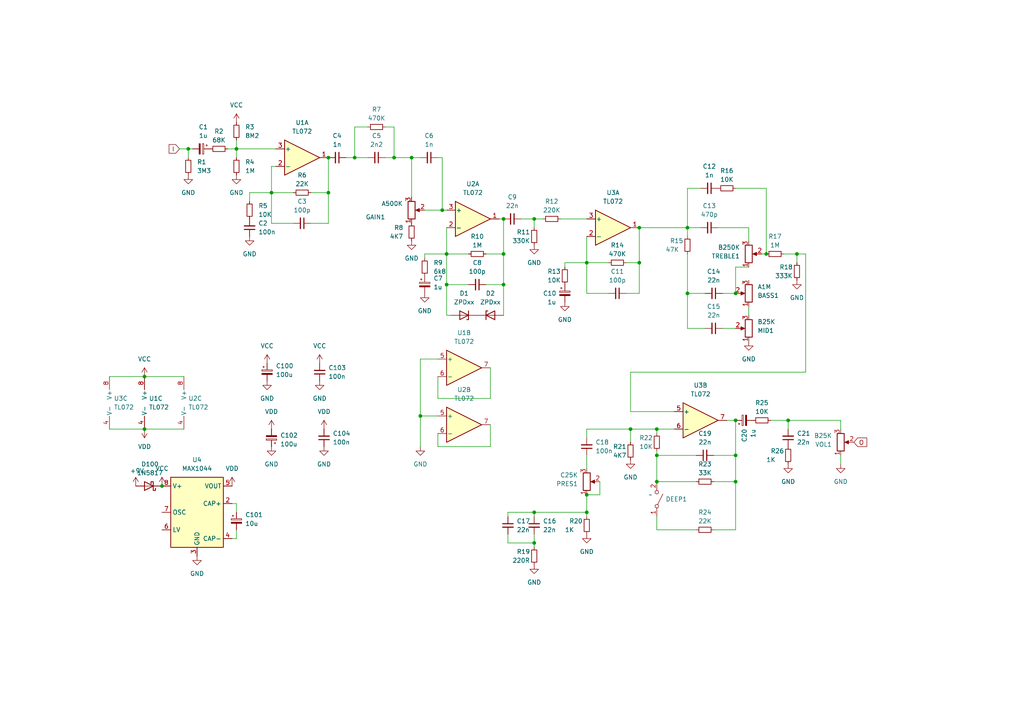
<source format=kicad_sch>
(kicad_sch (version 20230121) (generator eeschema)
  (paper "A4")
  (lib_symbols
    (symbol "Amplifier_Operational:TL072" (pin_names (offset 0.127))
      (property "Reference" "U" (at 0 5.08 0))
      (property "Value" "TL072" (at 0 -5.08 0))
      (symbol "TL072_1_1"
        (polyline (pts (xy -5.08 5.08) (xy 5.08 0) (xy -5.08 -5.08) (xy -5.08 5.08)) (stroke (width 0.254)) (fill (type background)))
        (pin output line (at 7.62 0 180) (length 2.54) (name "~") (number "1"))
        (pin input line (at -7.62 -2.54 0) (length 2.54) (name "-") (number "2"))
        (pin input line (at -7.62 2.54 0) (length 2.54) (name "+") (number "3"))
      )
      (symbol "TL072_2_1"
        (polyline (pts (xy -5.08 5.08) (xy 5.08 0) (xy -5.08 -5.08) (xy -5.08 5.08)) (stroke (width 0.254)) (fill (type background)))
        (pin input line (at -7.62 2.54 0) (length 2.54) (name "+") (number "5"))
        (pin input line (at -7.62 -2.54 0) (length 2.54) (name "-") (number "6"))
        (pin output line (at 7.62 0 180) (length 2.54) (name "~") (number "7"))
      )
      (symbol "TL072_3_1"
        (pin power_in line (at -2.54 -7.62 90) (length 3.81) (name "V-") (number "4"))
        (pin power_in line (at -2.54 7.62 270) (length 3.81) (name "V+") (number "8"))
      )
    )
    (symbol "Device:C_Polarized_Small" (pin_numbers hide) (pin_names (offset 0.254) hide)
      (property "Reference" "C" (at 0.254 1.778 0))
      (property "Value" "C_Polarized_Small" (at 0.254 -2.032 0))
      (symbol "C_Polarized_Small_0_1"
        (rectangle (start -1.524 -0.3048) (end 1.524 -0.6858) (fill (type outline)))
        (rectangle (start -1.524 0.6858) (end 1.524 0.3048))
        (polyline (pts (xy -1.27 1.524) (xy -0.762 1.524)))
        (polyline (pts (xy -1.016 1.27) (xy -1.016 1.778)))
      )
      (symbol "C_Polarized_Small_1_1"
        (pin passive line (at 0 2.54 270) (length 1.8542) (name "~") (number "1"))
        (pin passive line (at 0 -2.54 90) (length 1.8542) (name "~") (number "2"))
      )
    )
    (symbol "Device:C_Small" (pin_numbers hide) (pin_names (offset 0.254) hide)
      (property "Reference" "C" (at 0.254 1.778 0))
      (property "Value" "C_Small" (at 0.254 -2.032 0))
      (symbol "C_Small_0_1"
        (polyline (pts (xy -1.524 -0.508) (xy 1.524 -0.508)) (stroke (width 0.3302)))
        (polyline (pts (xy -1.524 0.508) (xy 1.524 0.508)) (stroke (width 0.3048)))
      )
      (symbol "C_Small_1_1"
        (pin passive line (at 0 2.54 270) (length 2.032) (name "~") (number "1"))
        (pin passive line (at 0 -2.54 90) (length 2.032) (name "~") (number "2"))
      )
    )
    (symbol "Device:R_Potentiometer" (pin_names (offset 1.016) hide)
      (property "Reference" "RV" (at -4.445 0 90))
      (property "Value" "R_Potentiometer" (at -2.54 0 90))
      (symbol "R_Potentiometer_0_1"
        (polyline (pts (xy 2.54 0) (xy 1.524 0)))
        (polyline (pts (xy 1.143 0) (xy 2.286 0.508) (xy 2.286 -0.508) (xy 1.143 0)) (fill (type outline)))
        (rectangle (start 1.016 2.54) (end -1.016 -2.54) (stroke (width 0.254)))
      )
      (symbol "R_Potentiometer_1_1"
        (pin passive line (at 0 3.81 270) (length 1.27) (name "1") (number "1"))
        (pin passive line (at 3.81 0 180) (length 1.27) (name "2") (number "2"))
        (pin passive line (at 0 -3.81 90) (length 1.27) (name "3") (number "3"))
      )
    )
    (symbol "Device:R_Small" (pin_numbers hide) (pin_names (offset 0.254) hide)
      (property "Reference" "R" (at 0.762 0.508 0))
      (property "Value" "R_Small" (at 0.762 -1.016 0))
      (symbol "R_Small_0_1"
        (rectangle (start -0.762 1.778) (end 0.762 -1.778) (stroke (width 0.2032)))
      )
      (symbol "R_Small_1_1"
        (pin passive line (at 0 2.54 270) (length 0.762) (name "~") (number "1"))
        (pin passive line (at 0 -2.54 90) (length 0.762) (name "~") (number "2"))
      )
    )
    (symbol "Diode:1N5817" (pin_numbers hide) (pin_names (offset 1.016) hide)
      (property "Reference" "D" (at 0 2.54 0))
      (property "Value" "1N5817" (at 0 -2.54 0))
      (symbol "1N5817_0_1"
        (polyline (pts (xy 1.27 0) (xy -1.27 0)))
        (polyline (pts (xy 1.27 1.27) (xy 1.27 -1.27) (xy -1.27 0) (xy 1.27 1.27)) (stroke (width 0.254)))
        (polyline (pts (xy -1.905 0.635) (xy -1.905 1.27) (xy -1.27 1.27) (xy -1.27 -1.27) (xy -0.635 -1.27) (xy -0.635 -0.635)) (stroke (width 0.254)))
      )
      (symbol "1N5817_1_1"
        (pin passive line (at -3.81 0 0) (length 2.54) (name "K") (number "1"))
        (pin passive line (at 3.81 0 180) (length 2.54) (name "A") (number "2"))
      )
    )
    (symbol "Diode:ZPDxx" (pin_numbers hide) (pin_names hide)
      (property "Reference" "D" (at 0 2.54 0))
      (property "Value" "ZPDxx" (at 0 -2.54 0))
      (symbol "ZPDxx_0_1"
        (polyline (pts (xy 1.27 0) (xy -1.27 0)))
        (polyline (pts (xy -1.27 -1.27) (xy -1.27 1.27) (xy -0.762 1.27)) (stroke (width 0.254)))
        (polyline (pts (xy 1.27 -1.27) (xy 1.27 1.27) (xy -1.27 0) (xy 1.27 -1.27)) (stroke (width 0.254)))
      )
      (symbol "ZPDxx_1_1"
        (pin passive line (at -3.81 0 0) (length 2.54) (name "K") (number "1"))
        (pin passive line (at 3.81 0 180) (length 2.54) (name "A") (number "2"))
      )
    )
    (symbol "Regulator_SwitchedCapacitor:MAX1044"
      (property "Reference" "U" (at -6.35 11.43 0))
      (property "Value" "MAX1044" (at 3.81 11.43 0))
      (symbol "MAX1044_0_1"
        (rectangle (start -7.62 10.16) (end 7.62 -10.16) (stroke (width 0.254)) (fill (type background)))
      )
      (symbol "MAX1044_1_1"
        (pin no_connect line (at -7.62 5.08 0) (length 2.54) hide (name "NC") (number "1"))
        (pin input line (at 10.16 2.54 180) (length 2.54) (name "CAP+") (number "2"))
        (pin power_in line (at 0 -12.7 90) (length 2.54) (name "GND") (number "3"))
        (pin input line (at 10.16 -7.62 180) (length 2.54) (name "CAP-") (number "4"))
        (pin power_out line (at 10.16 7.62 180) (length 2.54) (name "VOUT") (number "5"))
        (pin input line (at -10.16 -5.08 0) (length 2.54) (name "LV") (number "6"))
        (pin input line (at -10.16 0 0) (length 2.54) (name "OSC") (number "7"))
        (pin power_in line (at -10.16 7.62 0) (length 2.54) (name "V+") (number "8"))
      )
    )
    (symbol "Switch:SW_SPST" (pin_names (offset 0) hide)
      (property "Reference" "SW" (at 0 3.175 0))
      (property "Value" "SW_SPST" (at 0 -2.54 0))
      (symbol "SW_SPST_0_0"
        (circle (center -2.032 0) (radius 0.508))
        (polyline (pts (xy -1.524 0.254) (xy 1.524 1.778)))
        (circle (center 2.032 0) (radius 0.508))
      )
      (symbol "SW_SPST_1_1"
        (pin passive line (at -5.08 0 0) (length 2.54) (name "A") (number "1"))
        (pin passive line (at 5.08 0 180) (length 2.54) (name "B") (number "2"))
      )
    )
    (symbol "power:+9V" (power) (pin_names (offset 0))
      (property "Value" "+9V" (at 0 3.556 0))
      (symbol "+9V_0_1"
        (polyline (pts (xy -0.762 1.27) (xy 0 2.54)))
        (polyline (pts (xy 0 0) (xy 0 2.54)))
        (polyline (pts (xy 0 2.54) (xy 0.762 1.27)))
      )
      (symbol "+9V_1_1"
        (pin power_in line (at 0 0 90) (length 0) hide (name "+9V") (number "1"))
      )
    )
    (symbol "power:GND" (power) (pin_names (offset 0))
      (property "Value" "GND" (at 0 -3.81 0))
      (symbol "GND_0_1"
        (polyline (pts (xy 0 0) (xy 0 -1.27) (xy 1.27 -1.27) (xy 0 -2.54) (xy -1.27 -1.27) (xy 0 -1.27)))
      )
      (symbol "GND_1_1"
        (pin power_in line (at 0 0 270) (length 0) hide (name "GND") (number "1"))
      )
    )
    (symbol "power:VCC" (power) (pin_names (offset 0))
      (property "Value" "VCC" (at 0 3.81 0))
      (symbol "VCC_0_1"
        (polyline (pts (xy -0.762 1.27) (xy 0 2.54)))
        (polyline (pts (xy 0 0) (xy 0 2.54)))
        (polyline (pts (xy 0 2.54) (xy 0.762 1.27)))
      )
      (symbol "VCC_1_1"
        (pin power_in line (at 0 0 90) (length 0) hide (name "VCC") (number "1"))
      )
    )
    (symbol "power:VDD" (power) (pin_names (offset 0))
      (property "Value" "VDD" (at 0 3.81 0))
      (symbol "VDD_0_1"
        (polyline (pts (xy -0.762 1.27) (xy 0 2.54)))
        (polyline (pts (xy 0 0) (xy 0 2.54)))
        (polyline (pts (xy 0 2.54) (xy 0.762 1.27)))
      )
      (symbol "VDD_1_1"
        (pin power_in line (at 0 0 90) (length 0) hide (name "VDD") (number "1"))
      )
    )
  )
  (junction (at 170.18 76.2))
  (junction (at 154.94 63.5))
  (junction (at 119.38 45.72))
  (junction (at 199.39 66.04))
  (junction (at 146.05 73.66))
  (junction (at 190.5 132.08))
  (junction (at 228.6 121.92))
  (junction (at 182.88 124.46))
  (junction (at 95.25 55.88))
  (junction (at 146.05 82.55))
  (junction (at 146.05 63.5))
  (junction (at 68.58 43.18))
  (junction (at 185.42 76.2))
  (junction (at 129.54 73.66))
  (junction (at 41.91 109.22))
  (junction (at 128.27 60.96))
  (junction (at 190.5 139.7))
  (junction (at 121.92 120.65))
  (junction (at 46.99 140.97))
  (junction (at 54.61 43.18))
  (junction (at 222.25 73.66))
  (junction (at 213.36 121.92))
  (junction (at 199.39 85.09))
  (junction (at 170.18 148.59))
  (junction (at 102.87 45.72))
  (junction (at 41.91 124.46))
  (junction (at 213.36 132.08))
  (junction (at 154.94 148.59))
  (junction (at 114.3 45.72))
  (junction (at 185.42 66.04))
  (junction (at 129.54 82.55))
  (junction (at 231.14 73.66))
  (junction (at 213.36 85.09))
  (junction (at 154.94 157.48))
  (junction (at 78.74 55.88))
  (junction (at 190.5 124.46))
  (junction (at 213.36 139.7))
  (junction (at 170.18 143.51))
  (junction (at 95.25 45.72))
  (wire (pts (xy 144.78 63.5) (xy 146.05 63.5)))
  (wire (pts (xy 173.99 143.51) (xy 173.99 139.7)))
  (wire (pts (xy 102.87 45.72) (xy 106.68 45.72)))
  (wire (pts (xy 227.33 73.66) (xy 231.14 73.66)))
  (wire (pts (xy 222.25 73.66) (xy 220.98 73.66)))
  (wire (pts (xy 203.2 54.61) (xy 199.39 54.61)))
  (wire (pts (xy 228.6 121.92) (xy 223.52 121.92)))
  (wire (pts (xy 170.18 143.51) (xy 173.99 143.51)))
  (wire (pts (xy 95.25 64.77) (xy 95.25 55.88)))
  (wire (pts (xy 129.54 91.44) (xy 129.54 82.55)))
  (wire (pts (xy 199.39 85.09) (xy 199.39 73.66)))
  (wire (pts (xy 233.68 73.66) (xy 231.14 73.66)))
  (wire (pts (xy 217.17 91.44) (xy 217.17 88.9)))
  (wire (pts (xy 68.58 45.72) (xy 68.58 43.18)))
  (wire (pts (xy 52.07 43.18) (xy 54.61 43.18)))
  (wire (pts (xy 146.05 73.66) (xy 146.05 63.5)))
  (wire (pts (xy 185.42 76.2) (xy 185.42 66.04)))
  (wire (pts (xy 100.33 45.72) (xy 102.87 45.72)))
  (wire (pts (xy 121.92 120.65) (xy 121.92 104.14)))
  (wire (pts (xy 217.17 77.47) (xy 213.36 77.47)))
  (wire (pts (xy 68.58 146.05) (xy 67.31 146.05)))
  (wire (pts (xy 182.88 107.95) (xy 233.68 107.95)))
  (wire (pts (xy 199.39 54.61) (xy 199.39 66.04)))
  (wire (pts (xy 195.58 124.46) (xy 190.5 124.46)))
  (wire (pts (xy 228.6 121.92) (xy 228.6 124.46)))
  (wire (pts (xy 170.18 124.46) (xy 182.88 124.46)))
  (wire (pts (xy 147.32 148.59) (xy 147.32 149.86)))
  (wire (pts (xy 201.93 153.67) (xy 190.5 153.67)))
  (wire (pts (xy 72.39 55.88) (xy 78.74 55.88)))
  (wire (pts (xy 190.5 153.67) (xy 190.5 149.86)))
  (wire (pts (xy 68.58 43.18) (xy 80.01 43.18)))
  (wire (pts (xy 170.18 63.5) (xy 162.56 63.5)))
  (wire (pts (xy 213.36 85.09) (xy 209.55 85.09)))
  (wire (pts (xy 222.25 54.61) (xy 222.25 73.66)))
  (wire (pts (xy 170.18 76.2) (xy 176.53 76.2)))
  (wire (pts (xy 127 115.57) (xy 142.24 115.57)))
  (wire (pts (xy 243.84 124.46) (xy 243.84 121.92)))
  (wire (pts (xy 135.89 82.55) (xy 129.54 82.55)))
  (wire (pts (xy 176.53 85.09) (xy 170.18 85.09)))
  (wire (pts (xy 140.97 82.55) (xy 146.05 82.55)))
  (wire (pts (xy 199.39 68.58) (xy 199.39 66.04)))
  (wire (pts (xy 54.61 43.18) (xy 55.88 43.18)))
  (wire (pts (xy 102.87 36.83) (xy 102.87 45.72)))
  (wire (pts (xy 195.58 119.38) (xy 182.88 119.38)))
  (wire (pts (xy 190.5 124.46) (xy 190.5 125.73)))
  (wire (pts (xy 67.31 156.21) (xy 68.58 156.21)))
  (wire (pts (xy 106.68 36.83) (xy 102.87 36.83)))
  (wire (pts (xy 78.74 55.88) (xy 78.74 64.77)))
  (wire (pts (xy 129.54 66.04) (xy 129.54 73.66)))
  (wire (pts (xy 147.32 157.48) (xy 154.94 157.48)))
  (wire (pts (xy 199.39 85.09) (xy 204.47 85.09)))
  (wire (pts (xy 85.09 64.77) (xy 78.74 64.77)))
  (wire (pts (xy 185.42 85.09) (xy 185.42 76.2)))
  (wire (pts (xy 121.92 45.72) (xy 119.38 45.72)))
  (wire (pts (xy 68.58 40.64) (xy 68.58 43.18)))
  (wire (pts (xy 68.58 148.59) (xy 68.58 146.05)))
  (wire (pts (xy 72.39 58.42) (xy 72.39 55.88)))
  (wire (pts (xy 233.68 107.95) (xy 233.68 73.66)))
  (wire (pts (xy 80.01 48.26) (xy 78.74 48.26)))
  (wire (pts (xy 231.14 73.66) (xy 231.14 76.2)))
  (wire (pts (xy 243.84 121.92) (xy 228.6 121.92)))
  (wire (pts (xy 128.27 45.72) (xy 128.27 60.96)))
  (wire (pts (xy 170.18 76.2) (xy 170.18 85.09)))
  (wire (pts (xy 209.55 95.25) (xy 213.36 95.25)))
  (wire (pts (xy 199.39 95.25) (xy 199.39 85.09)))
  (wire (pts (xy 154.94 148.59) (xy 147.32 148.59)))
  (wire (pts (xy 146.05 82.55) (xy 146.05 73.66)))
  (wire (pts (xy 119.38 45.72) (xy 114.3 45.72)))
  (wire (pts (xy 121.92 129.54) (xy 121.92 120.65)))
  (wire (pts (xy 163.83 76.2) (xy 163.83 77.47)))
  (wire (pts (xy 142.24 129.54) (xy 127 129.54)))
  (wire (pts (xy 128.27 60.96) (xy 129.54 60.96)))
  (wire (pts (xy 129.54 73.66) (xy 129.54 82.55)))
  (wire (pts (xy 78.74 48.26) (xy 78.74 55.88)))
  (wire (pts (xy 208.28 66.04) (xy 217.17 66.04)))
  (wire (pts (xy 121.92 104.14) (xy 127 104.14)))
  (wire (pts (xy 154.94 149.86) (xy 154.94 148.59)))
  (wire (pts (xy 181.61 76.2) (xy 185.42 76.2)))
  (wire (pts (xy 127 45.72) (xy 128.27 45.72)))
  (wire (pts (xy 119.38 45.72) (xy 119.38 57.15)))
  (wire (pts (xy 207.01 139.7) (xy 213.36 139.7)))
  (wire (pts (xy 121.92 120.65) (xy 127 120.65)))
  (wire (pts (xy 123.19 60.96) (xy 128.27 60.96)))
  (wire (pts (xy 154.94 63.5) (xy 154.94 66.04)))
  (wire (pts (xy 170.18 135.89) (xy 170.18 132.08)))
  (wire (pts (xy 154.94 63.5) (xy 157.48 63.5)))
  (wire (pts (xy 207.01 132.08) (xy 213.36 132.08)))
  (wire (pts (xy 213.36 77.47) (xy 213.36 85.09)))
  (wire (pts (xy 199.39 66.04) (xy 203.2 66.04)))
  (wire (pts (xy 95.25 55.88) (xy 95.25 45.72)))
  (wire (pts (xy 142.24 123.19) (xy 142.24 129.54)))
  (wire (pts (xy 204.47 95.25) (xy 199.39 95.25)))
  (wire (pts (xy 207.01 153.67) (xy 213.36 153.67)))
  (wire (pts (xy 127 109.22) (xy 127 115.57)))
  (wire (pts (xy 199.39 66.04) (xy 185.42 66.04)))
  (wire (pts (xy 181.61 85.09) (xy 185.42 85.09)))
  (wire (pts (xy 146.05 82.55) (xy 146.05 91.44)))
  (wire (pts (xy 140.97 73.66) (xy 146.05 73.66)))
  (wire (pts (xy 90.17 64.77) (xy 95.25 64.77)))
  (wire (pts (xy 213.36 132.08) (xy 213.36 121.92)))
  (wire (pts (xy 111.76 45.72) (xy 114.3 45.72)))
  (wire (pts (xy 182.88 124.46) (xy 182.88 128.27)))
  (wire (pts (xy 190.5 132.08) (xy 190.5 130.81)))
  (wire (pts (xy 31.75 124.46) (xy 41.91 124.46)))
  (wire (pts (xy 147.32 154.94) (xy 147.32 157.48)))
  (wire (pts (xy 127 129.54) (xy 127 125.73)))
  (wire (pts (xy 31.75 109.22) (xy 41.91 109.22)))
  (wire (pts (xy 54.61 43.18) (xy 54.61 45.72)))
  (wire (pts (xy 163.83 76.2) (xy 170.18 76.2)))
  (wire (pts (xy 201.93 132.08) (xy 190.5 132.08)))
  (wire (pts (xy 170.18 68.58) (xy 170.18 76.2)))
  (wire (pts (xy 123.19 73.66) (xy 129.54 73.66)))
  (wire (pts (xy 201.93 139.7) (xy 190.5 139.7)))
  (wire (pts (xy 123.19 73.66) (xy 123.19 74.93)))
  (wire (pts (xy 68.58 156.21) (xy 68.58 153.67)))
  (wire (pts (xy 190.5 139.7) (xy 190.5 132.08)))
  (wire (pts (xy 170.18 143.51) (xy 170.18 148.59)))
  (wire (pts (xy 90.17 55.88) (xy 95.25 55.88)))
  (wire (pts (xy 130.81 91.44) (xy 129.54 91.44)))
  (wire (pts (xy 213.36 54.61) (xy 222.25 54.61)))
  (wire (pts (xy 78.74 55.88) (xy 85.09 55.88)))
  (wire (pts (xy 154.94 158.75) (xy 154.94 157.48)))
  (wire (pts (xy 129.54 73.66) (xy 135.89 73.66)))
  (wire (pts (xy 41.91 124.46) (xy 53.34 124.46)))
  (wire (pts (xy 154.94 148.59) (xy 170.18 148.59)))
  (wire (pts (xy 154.94 157.48) (xy 154.94 154.94)))
  (wire (pts (xy 217.17 66.04) (xy 217.17 69.85)))
  (wire (pts (xy 213.36 121.92) (xy 210.82 121.92)))
  (wire (pts (xy 114.3 45.72) (xy 114.3 36.83)))
  (wire (pts (xy 182.88 119.38) (xy 182.88 107.95)))
  (wire (pts (xy 170.18 124.46) (xy 170.18 127)))
  (wire (pts (xy 151.13 63.5) (xy 154.94 63.5)))
  (wire (pts (xy 111.76 36.83) (xy 114.3 36.83)))
  (wire (pts (xy 190.5 124.46) (xy 182.88 124.46)))
  (wire (pts (xy 213.36 153.67) (xy 213.36 139.7)))
  (wire (pts (xy 142.24 115.57) (xy 142.24 106.68)))
  (wire (pts (xy 170.18 148.59) (xy 170.18 149.86)))
  (wire (pts (xy 66.04 43.18) (xy 68.58 43.18)))
  (wire (pts (xy 243.84 134.62) (xy 243.84 132.08)))
  (wire (pts (xy 41.91 109.22) (xy 53.34 109.22)))
  (wire (pts (xy 213.36 139.7) (xy 213.36 132.08)))
  (global_label "O" (shape input) (at 247.65 128.27 0) (property "Intersheetrefs" "${INTERSHEET_REFS}" (effects hide)))
  (global_label "I" (shape input) (at 52.07 43.18 180) (property "Intersheetrefs" "${INTERSHEET_REFS}" (effects hide)))
  (symbol (lib_id "Amplifier_Operational:TL072") (at 134.62 123.19 0) (unit 2)
    (property "Reference" "U2" (at 134.62 113.03 0))
    (property "Value" "TL072" (at 134.62 115.57 0))
    (property "Footprint" "Package_DIP:DIP-8_W7.62mm" (effects hide))
    (property "Datasheet" "http://www.ti.com/lit/ds/symlink/tl071.pdf" (effects hide))
  )
  (symbol (lib_id "Device:R_Small") (at 224.79 73.66 90) (unit 1)
    (property "Reference" "R17" (at 224.79 68.58 90))
    (property "Value" "1M" (at 224.79 71.12 90))
    (property "Footprint" "Pedal-Components:R_Axial_DIN0204_L3.6mm_D1.6mm_P7.62mm_Horizontal" (effects hide))
    (property "LCSC" "C17514" (effects hide))
  )
  (symbol (lib_id "power:GND") (at 163.83 87.63 0) (unit 1)
    (property "Reference" "#PWR021" (effects hide))
    (property "Value" "GND" (at 163.83 92.71 0))
  )
  (symbol (lib_id "Device:C_Polarized_Small") (at 77.47 107.95 0) (unit 1)
    (property "Reference" "C100" (at 80.01 106.1339 0) (effects (justify left)))
    (property "Value" "100u" (at 80.01 108.6739 0) (effects (justify left)))
    (property "Footprint" "Capacitor_THT:CP_Radial_D8.0mm_P2.50mm" (effects hide))
    (property "JLCC" "C178548" (effects hide))
    (property "LCSC" "C178548" (effects hide))
  )
  (symbol (lib_id "Device:C_Polarized_Small") (at 68.58 151.13 0) (unit 1)
    (property "Reference" "C101" (at 71.12 149.3139 0) (effects (justify left)))
    (property "Value" "10u" (at 71.12 151.8539 0) (effects (justify left)))
    (property "Footprint" "Capacitor_THT:CP_Radial_D5.0mm_P2.50mm" (effects hide))
    (property "JLCC" "C128456" (effects hide))
    (property "LCSC" "C128456" (effects hide))
  )
  (symbol (lib_id "Device:C_Small") (at 87.63 64.77 270) (unit 1)
    (property "Reference" "C3" (at 87.6236 58.42 90))
    (property "Value" "100p" (at 87.6236 60.96 90))
    (property "Footprint" "Capacitor_THT:C_Rect_L7.0mm_W2.5mm_P5.00mm" (effects hide))
    (property "JLCC" "C1790" (effects hide))
    (property "LCSC" "C1790" (effects hide))
  )
  (symbol (lib_id "Device:C_Polarized_Small") (at 123.19 82.55 0) (unit 1)
    (property "Reference" "C7" (at 125.73 80.7339 0) (effects (justify left)))
    (property "Value" "1u" (at 125.73 83.2739 0) (effects (justify left)))
    (property "Footprint" "Capacitor_THT:CP_Radial_D5.0mm_P2.50mm" (effects hide))
    (property "JLCC" "C445065" (effects hide))
    (property "LCSC" "C445065" (effects hide))
  )
  (symbol (lib_id "Device:R_Small") (at 68.58 38.1 180) (unit 1)
    (property "Reference" "R3" (at 71.12 36.83 0) (effects (justify right)))
    (property "Value" "8M2" (at 71.12 39.37 0) (effects (justify right)))
    (property "Footprint" "Pedal-Components:R_Axial_DIN0204_L3.6mm_D1.6mm_P7.62mm_Horizontal" (effects hide))
    (property "LCSC" "C141694" (effects hide))
  )
  (symbol (lib_id "power:GND") (at 182.88 133.35 0) (unit 1)
    (property "Reference" "#PWR026" (effects hide))
    (property "Value" "GND" (at 182.88 138.43 0))
  )
  (symbol (lib_id "Device:R_Small") (at 109.22 36.83 90) (unit 1)
    (property "Reference" "R7" (at 109.22 31.75 90))
    (property "Value" "470K" (at 109.22 34.29 90))
    (property "Footprint" "Pedal-Components:R_Axial_DIN0204_L3.6mm_D1.6mm_P7.62mm_Horizontal" (effects hide))
  )
  (symbol (lib_id "Device:C_Small") (at 93.98 127 180) (unit 1)
    (property "Reference" "C104" (at 96.52 125.7236 0) (effects (justify right)))
    (property "Value" "100n" (at 96.52 128.2636 0) (effects (justify right)))
    (property "Footprint" "Capacitor_THT:C_Rect_L7.0mm_W2.5mm_P5.00mm" (effects hide))
    (property "JLCC" "C531430" (effects hide))
    (property "LCSC" "C531430" (effects hide))
  )
  (symbol (lib_id "Device:R_Small") (at 190.5 128.27 180) (unit 1)
    (property "Reference" "R22" (at 185.42 127 0) (effects (justify right)))
    (property "Value" "10K" (at 185.42 129.54 0) (effects (justify right)))
    (property "Footprint" "Pedal-Components:R_Axial_DIN0204_L3.6mm_D1.6mm_P7.62mm_Horizontal" (effects hide))
    (property "LCSC" "C17414" (effects hide))
  )
  (symbol (lib_id "Amplifier_Operational:TL072") (at 137.16 63.5 0) (unit 1)
    (property "Reference" "U2" (at 137.16 53.34 0))
    (property "Value" "TL072" (at 137.16 55.88 0))
    (property "Footprint" "Package_DIP:DIP-8_W7.62mm" (effects hide))
    (property "Datasheet" "http://www.ti.com/lit/ds/symlink/tl071.pdf" (effects hide))
  )
  (symbol (lib_id "Regulator_SwitchedCapacitor:MAX1044") (at 57.15 148.59 0) (unit 1)
    (property "Reference" "U4" (at 57.15 133.35 0))
    (property "Value" "MAX1044" (at 57.15 135.89 0))
    (property "Footprint" "Package_DIP:DIP-8_W7.62mm" (effects hide))
    (property "Datasheet" "http://datasheets.maximintegrated.com/en/ds/ICL7660-MAX1044.pdf" (effects hide))
    (property "JLCC" "C7028" (effects hide))
    (property "LCSC" "C7028" (effects hide))
  )
  (symbol (lib_id "Device:R_Potentiometer") (at 217.17 95.25 180) (unit 1)
    (property "Reference" "MID1" (at 219.71 95.885 0) (effects (justify right)))
    (property "Value" "B25K" (at 219.71 93.345 0) (effects (justify right)))
    (property "Footprint" "Pedal-Components:Potentiometer_Alpha_RD901F-40-00D_Single_Vertical_copy" (effects hide))
  )
  (symbol (lib_id "Device:C_Small") (at 205.74 66.04 270) (unit 1)
    (property "Reference" "C13" (at 205.7336 59.69 90))
    (property "Value" "470p" (at 205.7336 62.23 90))
    (property "Footprint" "Capacitor_THT:C_Rect_L7.0mm_W2.5mm_P5.00mm" (effects hide))
    (property "JLCC" "C76630" (effects hide))
    (property "LCSC" "C76630" (effects hide))
  )
  (symbol (lib_id "Amplifier_Operational:TL072") (at 177.8 66.04 0) (unit 1)
    (property "Reference" "U3" (at 177.8 55.88 0))
    (property "Value" "TL072" (at 177.8 58.42 0))
    (property "Footprint" "Package_DIP:DIP-8_W7.62mm" (effects hide))
    (property "Datasheet" "http://www.ti.com/lit/ds/symlink/tl071.pdf" (effects hide))
  )
  (symbol (lib_id "Device:R_Potentiometer") (at 243.84 128.27 0) (mirror x) (unit 1)
    (property "Reference" "VOL1" (at 241.3 128.905 0) (effects (justify right)))
    (property "Value" "B25K" (at 241.3 126.365 0) (effects (justify right)))
    (property "Footprint" "Pedal-Components:Potentiometer_Alpha_RD901F-40-00D_Single_Vertical_copy" (effects hide))
  )
  (symbol (lib_id "Device:R_Small") (at 179.07 76.2 90) (unit 1)
    (property "Reference" "R14" (at 179.07 71.12 90))
    (property "Value" "470K" (at 179.07 73.66 90))
    (property "Footprint" "Pedal-Components:R_Axial_DIN0204_L3.6mm_D1.6mm_P7.62mm_Horizontal" (effects hide))
  )
  (symbol (lib_id "Device:C_Polarized_Small") (at 215.9 121.92 90) (unit 1)
    (property "Reference" "C20" (at 215.9 128.27 0) (effects (justify left)))
    (property "Value" "1u" (at 218.44 127 0) (effects (justify left)))
    (property "Footprint" "Capacitor_THT:CP_Radial_D5.0mm_P2.50mm" (effects hide))
    (property "JLCC" "C445065" (effects hide))
    (property "LCSC" "C445065" (effects hide))
  )
  (symbol (lib_id "power:VDD") (at 41.91 124.46 180) (unit 1)
    (property "Reference" "#PWR034" (effects hide))
    (property "Value" "VDD" (at 41.91 129.54 0))
  )
  (symbol (lib_id "Switch:SW_SPST") (at 190.5 144.78 270) (mirror x) (unit 1)
    (property "Reference" "DEEP1" (at 193.04 144.78 90) (effects (justify left)))
    (property "Value" "~" (at 189.23 143.51 90) (effects (justify right)))
    (property "Footprint" "Pedal-Components:SW_Toggle_Blue_wSlots" (effects hide))
  )
  (symbol (lib_id "Device:C_Polarized_Small") (at 58.42 43.18 270) (unit 1)
    (property "Reference" "C1" (at 58.9661 36.83 90))
    (property "Value" "1u" (at 58.9661 39.37 90))
    (property "Footprint" "Capacitor_THT:CP_Radial_D5.0mm_P2.50mm" (effects hide))
    (property "JLCC" "C445065" (effects hide))
    (property "LCSC" "C445065" (effects hide))
  )
  (symbol (lib_id "Device:C_Small") (at 204.47 132.08 90) (unit 1)
    (property "Reference" "C19" (at 204.4763 125.73 90))
    (property "Value" "22n" (at 204.4763 128.27 90))
    (property "Footprint" "Capacitor_THT:C_Rect_L7.0mm_W2.5mm_P5.00mm" (effects hide))
    (property "JLCC" "C77069" (effects hide))
    (property "LCSC" "C77069" (effects hide))
  )
  (symbol (lib_id "Device:R_Potentiometer") (at 119.38 60.96 0) (mirror x) (unit 1)
    (property "Reference" "GAIN1" (at 111.76 62.23 0) (effects (justify right bottom)))
    (property "Value" "A500K" (at 116.84 59.055 0) (effects (justify right)))
    (property "Footprint" "Pedal-Components:Potentiometer_Alpha_RD901F-40-00D_Single_Vertical_copy" (effects hide))
  )
  (symbol (lib_id "Device:R_Small") (at 220.98 121.92 90) (unit 1)
    (property "Reference" "R25" (at 220.98 116.84 90))
    (property "Value" "10K" (at 220.98 119.38 90))
    (property "Footprint" "Pedal-Components:R_Axial_DIN0204_L3.6mm_D1.6mm_P7.62mm_Horizontal" (effects hide))
    (property "LCSC" "C17414" (effects hide))
  )
  (symbol (lib_id "Device:R_Small") (at 54.61 48.26 0) (unit 1)
    (property "Reference" "R1" (at 57.15 46.99 0) (effects (justify left)))
    (property "Value" "3M3" (at 57.15 49.53 0) (effects (justify left)))
    (property "Footprint" "Pedal-Components:R_Axial_DIN0204_L3.6mm_D1.6mm_P7.62mm_Horizontal" (effects hide))
    (property "LCSC" "C137436" (effects hide))
  )
  (symbol (lib_id "Amplifier_Operational:TL072") (at 87.63 45.72 0) (unit 1)
    (property "Reference" "U1" (at 87.63 35.56 0))
    (property "Value" "TL072" (at 87.63 38.1 0))
    (property "Footprint" "Package_DIP:DIP-8_W7.62mm" (effects hide))
    (property "Datasheet" "http://www.ti.com/lit/ds/symlink/tl071.pdf" (effects hide))
  )
  (symbol (lib_id "Device:C_Small") (at 147.32 152.4 0) (unit 1)
    (property "Reference" "C17" (at 149.86 151.1363 0) (effects (justify left)))
    (property "Value" "22n" (at 149.86 153.6763 0) (effects (justify left)))
    (property "Footprint" "Capacitor_THT:C_Rect_L7.0mm_W2.5mm_P5.00mm" (effects hide))
    (property "JLCC" "C77069" (effects hide))
    (property "LCSC" "C77069" (effects hide))
  )
  (symbol (lib_id "power:GND") (at 92.71 110.49 0) (unit 1)
    (property "Reference" "#PWR036" (effects hide))
    (property "Value" "GND" (at 92.71 115.57 0))
  )
  (symbol (lib_id "power:VCC") (at 68.58 35.56 0) (unit 1)
    (property "Reference" "#PWR016" (effects hide))
    (property "Value" "VCC" (at 68.58 30.48 0))
  )
  (symbol (lib_id "power:GND") (at 154.94 71.12 0) (unit 1)
    (property "Reference" "#PWR020" (effects hide))
    (property "Value" "GND" (at 154.94 76.2 0))
  )
  (symbol (lib_id "Device:C_Polarized_Small") (at 163.83 85.09 0) (unit 1)
    (property "Reference" "C10" (at 157.48 85.09 0) (effects (justify left)))
    (property "Value" "1u" (at 158.75 87.63 0) (effects (justify left)))
    (property "Footprint" "Capacitor_THT:CP_Radial_D5.0mm_P2.50mm" (effects hide))
    (property "JLCC" "C445065" (effects hide))
    (property "LCSC" "C445065" (effects hide))
  )
  (symbol (lib_id "power:GND") (at 154.94 163.83 0) (unit 1)
    (property "Reference" "#PWR024" (effects hide))
    (property "Value" "GND" (at 154.94 168.91 0))
  )
  (symbol (lib_id "power:+9V") (at 39.37 140.97 0) (unit 1)
    (property "Reference" "#PWR04" (effects hide))
    (property "Value" "+9V" (at 39.751 136.5758 0))
  )
  (symbol (lib_id "Device:C_Small") (at 179.07 85.09 270) (unit 1)
    (property "Reference" "C11" (at 179.0636 78.74 90))
    (property "Value" "100p" (at 179.0636 81.28 90))
    (property "Footprint" "Capacitor_THT:C_Rect_L7.0mm_W2.5mm_P5.00mm" (effects hide))
    (property "JLCC" "C1790" (effects hide))
    (property "LCSC" "C1790" (effects hide))
  )
  (symbol (lib_id "Device:C_Small") (at 72.39 66.04 180) (unit 1)
    (property "Reference" "C2" (at 74.93 64.7636 0) (effects (justify right)))
    (property "Value" "100n" (at 74.93 67.3036 0) (effects (justify right)))
    (property "Footprint" "Capacitor_THT:C_Rect_L7.0mm_W2.5mm_P5.00mm" (effects hide))
    (property "JLCC" "C531430" (effects hide))
    (property "LCSC" "C531430" (effects hide))
  )
  (symbol (lib_id "Device:R_Potentiometer") (at 217.17 85.09 180) (unit 1)
    (property "Reference" "BASS1" (at 219.71 85.725 0) (effects (justify right)))
    (property "Value" "A1M" (at 219.71 83.185 0) (effects (justify right)))
    (property "Footprint" "Pedal-Components:Potentiometer_Alpha_RD901F-40-00D_Single_Vertical_copy" (effects hide))
  )
  (symbol (lib_id "Amplifier_Operational:TL072") (at 55.88 116.84 0) (unit 3)
    (property "Reference" "U2" (at 54.61 115.57 0) (effects (justify left)))
    (property "Value" "TL072" (at 54.61 118.11 0) (effects (justify left)))
    (property "Footprint" "Package_DIP:DIP-8_W7.62mm" (effects hide))
    (property "Datasheet" "http://www.ti.com/lit/ds/symlink/tl071.pdf" (effects hide))
  )
  (symbol (lib_id "power:GND") (at 57.15 161.29 0) (unit 1)
    (property "Reference" "#PWR030" (effects hide))
    (property "Value" "GND" (at 57.15 166.37 0))
  )
  (symbol (lib_id "power:GND") (at 123.19 85.09 0) (unit 1)
    (property "Reference" "#PWR019" (effects hide))
    (property "Value" "GND" (at 123.19 90.17 0))
  )
  (symbol (lib_id "Diode:1N5817") (at 43.18 140.97 180) (unit 1)
    (property "Reference" "D100" (at 43.4975 134.62 0))
    (property "Value" "1N5817" (at 43.4975 137.16 0))
    (property "Footprint" "Diode_THT:D_DO-34_SOD68_P7.62mm_Horizontal" (effects hide))
    (property "Datasheet" "http://www.vishay.com/docs/88525/1n5817.pdf" (effects hide))
    (property "LCSC" "C727113" (effects hide))
  )
  (symbol (lib_id "Amplifier_Operational:TL072") (at 203.2 121.92 0) (unit 2)
    (property "Reference" "U3" (at 203.2 111.76 0))
    (property "Value" "TL072" (at 203.2 114.3 0))
    (property "Footprint" "Package_DIP:DIP-8_W7.62mm" (effects hide))
    (property "Datasheet" "http://www.ti.com/lit/ds/symlink/tl071.pdf" (effects hide))
  )
  (symbol (lib_id "power:VDD") (at 93.98 124.46 0) (unit 1)
    (property "Reference" "#PWR040" (effects hide))
    (property "Value" "VDD" (at 93.98 119.38 0))
  )
  (symbol (lib_id "Diode:ZPDxx") (at 134.62 91.44 180) (unit 1)
    (property "Reference" "D1" (at 134.62 85.09 0))
    (property "Value" "ZPDxx" (at 134.62 87.63 0))
    (property "Footprint" "Diode_THT:D_DO-34_SOD68_P7.62mm_Horizontal" (effects hide))
    (property "Datasheet" "http://diotec.com/tl_files/diotec/files/pdf/datasheets/zpd1" (effects hide))
  )
  (symbol (lib_id "power:GND") (at 54.61 50.8 0) (unit 1)
    (property "Reference" "#PWR09" (effects hide))
    (property "Value" "GND" (at 54.61 55.88 0))
  )
  (symbol (lib_id "power:VCC") (at 92.71 105.41 0) (unit 1)
    (property "Reference" "#PWR038" (effects hide))
    (property "Value" "VCC" (at 92.71 100.33 0))
  )
  (symbol (lib_id "Diode:ZPDxx") (at 142.24 91.44 0) (unit 1)
    (property "Reference" "D2" (at 142.24 85.09 0))
    (property "Value" "ZPDxx" (at 142.24 87.63 0))
    (property "Footprint" "Diode_THT:D_DO-34_SOD68_P7.62mm_Horizontal" (effects hide))
    (property "Datasheet" "http://diotec.com/tl_files/diotec/files/pdf/datasheets/zpd1" (effects hide))
  )
  (symbol (lib_id "Amplifier_Operational:TL072") (at 134.62 106.68 0) (unit 2)
    (property "Reference" "U1" (at 134.62 96.52 0))
    (property "Value" "TL072" (at 134.62 99.06 0))
    (property "Footprint" "Package_DIP:DIP-8_W7.62mm" (effects hide))
    (property "Datasheet" "http://www.ti.com/lit/ds/symlink/tl071.pdf" (effects hide))
  )
  (symbol (lib_id "power:GND") (at 78.74 129.54 0) (unit 1)
    (property "Reference" "#PWR041" (effects hide))
    (property "Value" "GND" (at 78.74 134.62 0))
  )
  (symbol (lib_id "Amplifier_Operational:TL072") (at 44.45 116.84 0) (unit 3)
    (property "Reference" "U1" (at 43.18 115.57 0) (effects (justify left)))
    (property "Value" "TL072" (at 43.18 118.11 0) (effects (justify left)))
    (property "Footprint" "Package_DIP:DIP-8_W7.62mm" (effects hide))
    (property "Datasheet" "http://www.ti.com/lit/ds/symlink/tl071.pdf" (effects hide))
  )
  (symbol (lib_id "Device:R_Small") (at 210.82 54.61 90) (unit 1)
    (property "Reference" "R16" (at 210.82 49.53 90))
    (property "Value" "10K" (at 210.82 52.07 90))
    (property "Footprint" "Pedal-Components:R_Axial_DIN0204_L3.6mm_D1.6mm_P7.62mm_Horizontal" (effects hide))
    (property "LCSC" "C17414" (effects hide))
  )
  (symbol (lib_id "Device:C_Small") (at 138.43 82.55 270) (unit 1)
    (property "Reference" "C8" (at 138.4236 76.2 90))
    (property "Value" "100p" (at 138.4236 78.74 90))
    (property "Footprint" "Capacitor_THT:C_Rect_L7.0mm_W2.5mm_P5.00mm" (effects hide))
    (property "JLCC" "C1790" (effects hide))
    (property "LCSC" "C1790" (effects hide))
  )
  (symbol (lib_id "Device:C_Small") (at 148.59 63.5 270) (unit 1)
    (property "Reference" "C9" (at 148.5836 57.15 90))
    (property "Value" "22n" (at 148.5836 59.69 90))
    (property "Footprint" "Capacitor_THT:C_Rect_L7.0mm_W2.5mm_P5.00mm" (effects hide))
    (property "JLCC" "C77069" (effects hide))
    (property "LCSC" "C77069" (effects hide))
  )
  (symbol (lib_id "power:GND") (at 228.6 134.62 0) (unit 1)
    (property "Reference" "#PWR027" (effects hide))
    (property "Value" "GND" (at 228.6 139.7 0))
  )
  (symbol (lib_id "Device:R_Small") (at 228.6 132.08 180) (unit 1)
    (property "Reference" "R26" (at 223.52 130.81 0) (effects (justify right)))
    (property "Value" "1K" (at 222.25 133.35 0) (effects (justify right)))
    (property "Footprint" "Pedal-Components:R_Axial_DIN0204_L3.6mm_D1.6mm_P7.62mm_Horizontal" (effects hide))
    (property "LCSC" "C17513" (effects hide))
  )
  (symbol (lib_id "power:VDD") (at 78.74 124.46 0) (unit 1)
    (property "Reference" "#PWR039" (effects hide))
    (property "Value" "VDD" (at 78.74 119.38 0))
  )
  (symbol (lib_id "Device:R_Small") (at 204.47 153.67 90) (unit 1)
    (property "Reference" "R24" (at 204.47 148.59 90))
    (property "Value" "22K" (at 204.47 151.13 90))
    (property "Footprint" "Pedal-Components:R_Axial_DIN0204_L3.6mm_D1.6mm_P7.62mm_Horizontal" (effects hide))
    (property "LCSC" "C17560" (effects hide))
  )
  (symbol (lib_id "Device:C_Small") (at 207.01 85.09 270) (unit 1)
    (property "Reference" "C14" (at 207.0036 78.74 90))
    (property "Value" "22n" (at 207.0036 81.28 90))
    (property "Footprint" "Capacitor_THT:C_Rect_L7.0mm_W2.5mm_P5.00mm" (effects hide))
    (property "JLCC" "C77069" (effects hide))
    (property "LCSC" "C77069" (effects hide))
  )
  (symbol (lib_id "power:GND") (at 231.14 81.28 0) (unit 1)
    (property "Reference" "#PWR023" (effects hide))
    (property "Value" "GND" (at 231.14 86.36 0))
  )
  (symbol (lib_id "Device:R_Potentiometer") (at 217.17 73.66 0) (mirror x) (unit 1)
    (property "Reference" "TREBLE1" (at 214.63 74.295 0) (effects (justify right)))
    (property "Value" "B250K" (at 214.63 71.755 0) (effects (justify right)))
    (property "Footprint" "Pedal-Components:Potentiometer_Alpha_RD901F-40-00D_Single_Vertical_copy" (effects hide))
  )
  (symbol (lib_id "Device:R_Potentiometer") (at 170.18 139.7 0) (mirror x) (unit 1)
    (property "Reference" "PRES1" (at 167.64 140.335 0) (effects (justify right)))
    (property "Value" "C25K" (at 167.64 137.795 0) (effects (justify right)))
    (property "Footprint" "Pedal-Components:Potentiometer_Alpha_RD901F-40-00D_Single_Vertical_copy" (effects hide))
  )
  (symbol (lib_id "Device:C_Small") (at 97.79 45.72 270) (unit 1)
    (property "Reference" "C4" (at 97.7836 39.37 90))
    (property "Value" "1n" (at 97.7836 41.91 90))
    (property "Footprint" "Capacitor_THT:C_Rect_L7.0mm_W2.5mm_P5.00mm" (effects hide))
    (property "JLCC" "C1791" (effects hide))
    (property "LCSC" "C1791" (effects hide))
  )
  (symbol (lib_id "power:GND") (at 77.47 110.49 0) (unit 1)
    (property "Reference" "#PWR035" (effects hide))
    (property "Value" "GND" (at 77.47 115.57 0))
  )
  (symbol (lib_id "Device:R_Small") (at 68.58 48.26 0) (unit 1)
    (property "Reference" "R4" (at 71.12 46.99 0) (effects (justify left)))
    (property "Value" "1M" (at 71.12 49.53 0) (effects (justify left)))
    (property "Footprint" "Pedal-Components:R_Axial_DIN0204_L3.6mm_D1.6mm_P7.62mm_Horizontal" (effects hide))
    (property "JLCC" "C17514" (effects hide))
    (property "LCSC" "C17514" (effects hide))
  )
  (symbol (lib_id "power:GND") (at 243.84 134.62 0) (unit 1)
    (property "Reference" "#PWR028" (effects hide))
    (property "Value" "GND" (at 243.84 139.7 0))
  )
  (symbol (lib_id "Device:R_Small") (at 231.14 78.74 180) (unit 1)
    (property "Reference" "R18" (at 226.06 77.47 0) (effects (justify right)))
    (property "Value" "333K" (at 224.79 80.01 0) (effects (justify right)))
    (property "Footprint" "Pedal-Components:R_Axial_DIN0204_L3.6mm_D1.6mm_P7.62mm_Horizontal" (effects hide))
  )
  (symbol (lib_id "power:GND") (at 93.98 129.54 0) (unit 1)
    (property "Reference" "#PWR042" (effects hide))
    (property "Value" "GND" (at 93.98 134.62 0))
  )
  (symbol (lib_id "Device:R_Small") (at 163.83 80.01 180) (unit 1)
    (property "Reference" "R13" (at 158.75 78.74 0) (effects (justify right)))
    (property "Value" "10K" (at 158.75 81.28 0) (effects (justify right)))
    (property "Footprint" "Pedal-Components:R_Axial_DIN0204_L3.6mm_D1.6mm_P7.62mm_Horizontal" (effects hide))
    (property "LCSC" "C17414" (effects hide))
  )
  (symbol (lib_id "Device:R_Small") (at 123.19 77.47 180) (unit 1)
    (property "Reference" "R9" (at 125.73 76.2 0) (effects (justify right)))
    (property "Value" "6k8" (at 125.73 78.74 0) (effects (justify right)))
    (property "Footprint" "Pedal-Components:R_Axial_DIN0204_L3.6mm_D1.6mm_P7.62mm_Horizontal" (effects hide))
  )
  (symbol (lib_id "power:GND") (at 121.92 129.54 0) (unit 1)
    (property "Reference" "#PWR029" (effects hide))
    (property "Value" "GND" (at 121.92 134.62 0))
  )
  (symbol (lib_id "Device:R_Small") (at 170.18 152.4 180) (unit 1)
    (property "Reference" "R20" (at 165.1 151.13 0) (effects (justify right)))
    (property "Value" "1K" (at 163.83 153.67 0) (effects (justify right)))
    (property "Footprint" "Pedal-Components:R_Axial_DIN0204_L3.6mm_D1.6mm_P7.62mm_Horizontal" (effects hide))
    (property "JLCC" "C17513" (effects hide))
  )
  (symbol (lib_id "Device:R_Small") (at 204.47 139.7 90) (unit 1)
    (property "Reference" "R23" (at 204.47 134.62 90))
    (property "Value" "33K" (at 204.47 137.16 90))
    (property "Footprint" "Pedal-Components:R_Axial_DIN0204_L3.6mm_D1.6mm_P7.62mm_Horizontal" (effects hide))
  )
  (symbol (lib_id "Device:R_Small") (at 154.94 161.29 180) (unit 1)
    (property "Reference" "R19" (at 149.86 160.02 0) (effects (justify right)))
    (property "Value" "220R" (at 148.59 162.56 0) (effects (justify right)))
    (property "Footprint" "Pedal-Components:R_Axial_DIN0204_L3.6mm_D1.6mm_P7.62mm_Horizontal" (effects hide))
  )
  (symbol (lib_id "Device:C_Small") (at 205.74 54.61 270) (unit 1)
    (property "Reference" "C12" (at 205.7336 48.26 90))
    (property "Value" "1n" (at 205.7336 50.8 90))
    (property "Footprint" "Capacitor_THT:C_Rect_L7.0mm_W2.5mm_P5.00mm" (effects hide))
    (property "JLCC" "C1791" (effects hide))
    (property "LCSC" "C1791" (effects hide))
  )
  (symbol (lib_id "power:GND") (at 170.18 154.94 0) (unit 1)
    (property "Reference" "#PWR025" (effects hide))
    (property "Value" "GND" (at 170.18 160.02 0))
  )
  (symbol (lib_id "Device:C_Small") (at 207.01 95.25 270) (unit 1)
    (property "Reference" "C15" (at 207.0036 88.9 90))
    (property "Value" "22n" (at 207.0036 91.44 90))
    (property "Footprint" "Capacitor_THT:C_Rect_L7.0mm_W2.5mm_P5.00mm" (effects hide))
    (property "JLCC" "C77069" (effects hide))
    (property "LCSC" "C77069" (effects hide))
  )
  (symbol (lib_id "power:GND") (at 217.17 99.06 0) (unit 1)
    (property "Reference" "#PWR022" (effects hide))
    (property "Value" "GND" (at 217.17 104.14 0))
  )
  (symbol (lib_id "Device:C_Polarized_Small") (at 78.74 127 180) (unit 1)
    (property "Reference" "C102" (at 81.28 126.2761 0) (effects (justify right)))
    (property "Value" "100u" (at 81.28 128.8161 0) (effects (justify right)))
    (property "Footprint" "Capacitor_THT:CP_Radial_D8.0mm_P2.50mm" (effects hide))
    (property "JLCC" "C178548" (effects hide))
    (property "LCSC" "C178548" (effects hide))
  )
  (symbol (lib_id "Device:R_Small") (at 199.39 71.12 180) (unit 1)
    (property "Reference" "R15" (at 194.31 69.85 0) (effects (justify right)))
    (property "Value" "47K" (at 193.04 72.39 0) (effects (justify right)))
    (property "Footprint" "Pedal-Components:R_Axial_DIN0204_L3.6mm_D1.6mm_P7.62mm_Horizontal" (effects hide))
  )
  (symbol (lib_id "Device:R_Small") (at 154.94 68.58 180) (unit 1)
    (property "Reference" "R11" (at 149.86 67.31 0) (effects (justify right)))
    (property "Value" "330K" (at 148.59 69.85 0) (effects (justify right)))
    (property "Footprint" "Pedal-Components:R_Axial_DIN0204_L3.6mm_D1.6mm_P7.62mm_Horizontal" (effects hide))
  )
  (symbol (lib_id "Device:R_Small") (at 138.43 73.66 90) (unit 1)
    (property "Reference" "R10" (at 138.43 68.58 90))
    (property "Value" "1M" (at 138.43 71.12 90))
    (property "Footprint" "Pedal-Components:R_Axial_DIN0204_L3.6mm_D1.6mm_P7.62mm_Horizontal" (effects hide))
    (property "LCSC" "C17514" (effects hide))
  )
  (symbol (lib_id "power:GND") (at 68.58 50.8 0) (unit 1)
    (property "Reference" "#PWR014" (effects hide))
    (property "Value" "GND" (at 68.58 55.88 0))
  )
  (symbol (lib_id "power:VCC") (at 41.91 109.22 0) (unit 1)
    (property "Reference" "#PWR033" (effects hide))
    (property "Value" "VCC" (at 41.91 104.14 0))
  )
  (symbol (lib_id "Device:R_Small") (at 72.39 60.96 0) (unit 1)
    (property "Reference" "R5" (at 74.93 59.69 0) (effects (justify left)))
    (property "Value" "10K" (at 74.93 62.23 0) (effects (justify left)))
    (property "Footprint" "Pedal-Components:R_Axial_DIN0204_L3.6mm_D1.6mm_P7.62mm_Horizontal" (effects hide))
    (property "LCSC" "C17414" (effects hide))
  )
  (symbol (lib_id "power:VCC") (at 77.47 105.41 0) (unit 1)
    (property "Reference" "#PWR037" (effects hide))
    (property "Value" "VCC" (at 77.47 100.33 0))
  )
  (symbol (lib_id "Device:R_Small") (at 119.38 67.31 180) (unit 1)
    (property "Reference" "R8" (at 114.3 66.04 0) (effects (justify right)))
    (property "Value" "4K7" (at 113.03 68.58 0) (effects (justify right)))
    (property "Footprint" "Pedal-Components:R_Axial_DIN0204_L3.6mm_D1.6mm_P7.62mm_Horizontal" (effects hide))
  )
  (symbol (lib_id "Device:C_Small") (at 92.71 107.95 180) (unit 1)
    (property "Reference" "C103" (at 95.25 106.6736 0) (effects (justify right)))
    (property "Value" "100n" (at 95.25 109.2136 0) (effects (justify right)))
    (property "Footprint" "Capacitor_THT:C_Rect_L7.0mm_W2.5mm_P5.00mm" (effects hide))
    (property "JLCC" "C531430" (effects hide))
    (property "LCSC" "C531430" (effects hide))
  )
  (symbol (lib_id "Amplifier_Operational:TL072") (at 34.29 116.84 0) (unit 3)
    (property "Reference" "U3" (at 33.02 115.57 0) (effects (justify left)))
    (property "Value" "TL072" (at 33.02 118.11 0) (effects (justify left)))
    (property "Footprint" "Package_DIP:DIP-8_W7.62mm" (effects hide))
    (property "Datasheet" "http://www.ti.com/lit/ds/symlink/tl071.pdf" (effects hide))
  )
  (symbol (lib_id "power:VDD") (at 67.31 140.97 0) (unit 1)
    (property "Reference" "#PWR032" (effects hide))
    (property "Value" "VDD" (at 67.31 135.89 0))
  )
  (symbol (lib_id "Device:C_Small") (at 109.22 45.72 270) (unit 1)
    (property "Reference" "C5" (at 109.2136 39.37 90))
    (property "Value" "2n2" (at 109.2136 41.91 90))
    (property "Footprint" "Capacitor_THT:C_Rect_L7.0mm_W2.5mm_P5.00mm" (effects hide))
    (property "JLCC" "C28260" (effects hide))
    (property "LCSC" "C28260" (effects hide))
  )
  (symbol (lib_id "Device:C_Small") (at 228.6 127 180) (unit 1)
    (property "Reference" "C21" (at 231.14 125.7236 0) (effects (justify right)))
    (property "Value" "22n" (at 231.14 128.2636 0) (effects (justify right)))
    (property "Footprint" "Capacitor_THT:C_Rect_L7.0mm_W2.5mm_P5.00mm" (effects hide))
    (property "JLCC" "C77069" (effects hide))
    (property "LCSC" "C77069" (effects hide))
  )
  (symbol (lib_id "power:VCC") (at 46.99 140.97 0) (unit 1)
    (property "Reference" "#PWR031" (effects hide))
    (property "Value" "VCC" (at 46.99 135.89 0))
  )
  (symbol (lib_id "Device:C_Small") (at 124.46 45.72 270) (unit 1)
    (property "Reference" "C6" (at 124.4536 39.37 90))
    (property "Value" "1n" (at 124.4536 41.91 90))
    (property "Footprint" "Capacitor_THT:C_Rect_L7.0mm_W2.5mm_P5.00mm" (effects hide))
    (property "JLCC" "C1791" (effects hide))
    (property "LCSC" "C1791" (effects hide))
  )
  (symbol (lib_id "power:GND") (at 72.39 68.58 0) (unit 1)
    (property "Reference" "#PWR017" (effects hide))
    (property "Value" "GND" (at 72.39 73.66 0))
  )
  (symbol (lib_id "power:GND") (at 119.38 69.85 0) (unit 1)
    (property "Reference" "#PWR018" (effects hide))
    (property "Value" "GND" (at 119.38 74.93 0))
  )
  (symbol (lib_id "Device:R_Small") (at 63.5 43.18 90) (unit 1)
    (property "Reference" "R2" (at 63.5 38.1 90))
    (property "Value" "68K" (at 63.5 40.64 90))
    (property "Footprint" "Pedal-Components:R_Axial_DIN0204_L3.6mm_D1.6mm_P7.62mm_Horizontal" (effects hide))
    (property "LCSC" "C17801" (effects hide))
  )
  (symbol (lib_id "Device:C_Small") (at 170.18 129.54 180) (unit 1)
    (property "Reference" "C18" (at 172.72 128.2636 0) (effects (justify right)))
    (property "Value" "100n" (at 172.72 130.8036 0) (effects (justify right)))
    (property "Footprint" "Capacitor_THT:C_Rect_L7.0mm_W2.5mm_P5.00mm" (effects hide))
    (property "JLCC" "C531430" (effects hide))
    (property "LCSC" "C531430" (effects hide))
  )
  (symbol (lib_id "Device:R_Small") (at 182.88 130.81 180) (unit 1)
    (property "Reference" "R21" (at 177.8 129.54 0) (effects (justify right)))
    (property "Value" "4K7" (at 177.8 132.08 0) (effects (justify right)))
    (property "Footprint" "Pedal-Components:R_Axial_DIN0204_L3.6mm_D1.6mm_P7.62mm_Horizontal" (effects hide))
  )
  (symbol (lib_id "Device:R_Small") (at 160.02 63.5 90) (unit 1)
    (property "Reference" "R12" (at 160.02 58.42 90))
    (property "Value" "220K" (at 160.02 60.96 90))
    (property "Footprint" "Pedal-Components:R_Axial_DIN0204_L3.6mm_D1.6mm_P7.62mm_Horizontal" (effects hide))
  )
  (symbol (lib_id "Device:C_Small") (at 154.94 152.4 0) (unit 1)
    (property "Reference" "C16" (at 157.48 151.1363 0) (effects (justify left)))
    (property "Value" "22n" (at 157.48 153.6763 0) (effects (justify left)))
    (property "Footprint" "Capacitor_THT:C_Rect_L7.0mm_W2.5mm_P5.00mm" (effects hide))
    (property "JLCC" "C77069" (effects hide))
    (property "LCSC" "C77069" (effects hide))
  )
  (symbol (lib_id "Device:R_Small") (at 87.63 55.88 90) (unit 1)
    (property "Reference" "R6" (at 87.63 50.8 90))
    (property "Value" "22K" (at 87.63 53.34 90))
    (property "Footprint" "Pedal-Components:R_Axial_DIN0204_L3.6mm_D1.6mm_P7.62mm_Horizontal" (effects hide))
    (property "LCSC" "C17560" (effects hide))
  )
  (sheet (at 21.59 246.38) (size 59.69 39.37) (stroke (width 0.1524))
    (property "Sheetname" "Hardware" (at 21.59 245.6684 0) (effects (justify left bottom)))
    (property "Sheetfile" "untitled.kicad_sch" (at 21.59 286.3346 0) (effects (justify left top)))
  )
)
</source>
